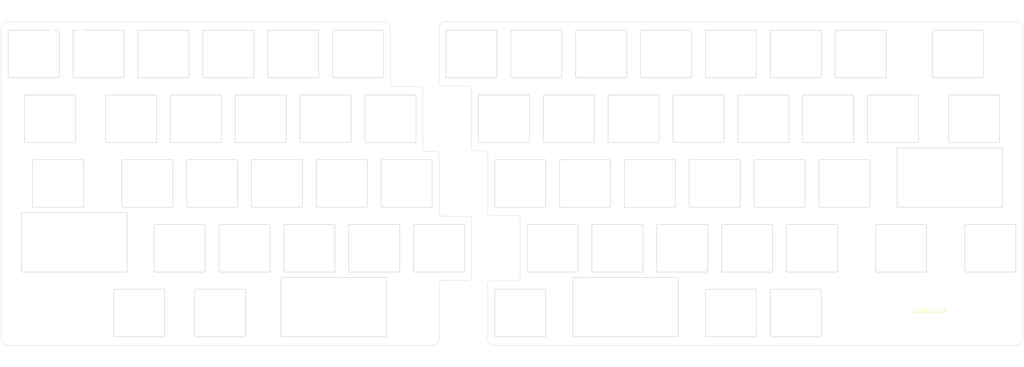
<source format=kicad_pcb>
(kicad_pcb (version 20221018) (generator pcbnew)
  (title_block (title "mfk60 Middle Plate") (date "2024-01-13") (rev "1") (company "@niw"))
  (layers (0 "F.Cu" signal) (31 "B.Cu" signal) (34 "B.Paste" user) (35 "F.Paste" user) (36 "B.SilkS" user "B.Silkscreen") (37 "F.SilkS" user "F.Silkscreen") (38 "B.Mask" user) (39 "F.Mask" user) (44 "Edge.Cuts" user))
  (net 0 "")
  (footprint "Gateron_Low_Profile:Gateron_Low_Profile_Middle_Plate" (layer "F.Cu") (at 239.3125 110.725))
  (footprint "Gateron_Low_Profile:Gateron_Low_Profile_Middle_Plate" (layer "F.Cu") (at 196.45 72.625))
  (footprint "Gateron_Low_Profile:Gateron_Low_Profile_Middle_Plate_Stabilizer_2U" (layer "F.Cu") (at 46.43125 91.675))
  (footprint "Gateron_Low_Profile:Gateron_Low_Profile_Middle_Plate" (layer "F.Cu") (at 210.7375 53.575))
  (footprint "Gateron_Low_Profile:Gateron_Low_Profile_Middle_Plate" (layer "F.Cu") (at 34.525 34.525))
  (footprint "Gateron_Low_Profile:Gateron_Low_Profile_Middle_Plate" (layer "F.Cu") (at 182.1625 34.525))
  (footprint "Gateron_Low_Profile:Gateron_Low_Profile_Middle_Plate_Stabilizer_2U" (layer "F.Cu") (at 303.60625 72.625))
  (footprint "Gateron_Low_Profile:Gateron_Low_Profile_Middle_Plate" (layer "F.Cu") (at 186.925 91.675))
  (footprint "kikit:Tab" (layer "F.Cu") (at 191.6875 25 -90))
  (footprint "Gateron_Low_Profile:Gateron_Low_Profile_Middle_Plate" (layer "F.Cu") (at 205.975 91.675))
  (footprint "Gateron_Low_Profile:Gateron_Low_Profile_Middle_Plate" (layer "F.Cu") (at 72.625 34.525))
  (footprint "Gateron_Low_Profile:Gateron_Low_Profile_Middle_Plate" (layer "F.Cu") (at 105.9625 72.625))
  (footprint "kikit:Tab" (layer "F.Cu") (at 63.1 120.25 90))
  (footprint "Gateron_Low_Profile:Gateron_Low_Profile_Middle_Plate" (layer "F.Cu") (at 215.5 72.625))
  (footprint "Gateron_Low_Profile:Gateron_Low_Profile_Middle_Plate" (layer "F.Cu") (at 129.775 34.525))
  (footprint "Gateron_Low_Profile:Gateron_Low_Profile_Middle_Plate_Stabilizer_2U" (layer "F.Cu") (at 122.63125 110.725))
  (footprint "kikit:Tab" (layer "F.Cu") (at 125.0125 120.25 90))
  (footprint "Gateron_Low_Profile:Gateron_Low_Profile_Middle_Plate" (layer "F.Cu") (at 248.8375 53.575))
  (footprint "kikit:Tab" (layer "F.Cu") (at 267.8875 120.25 90))
  (footprint "Gateron_Low_Profile:Gateron_Low_Profile_Middle_Plate" (layer "F.Cu") (at 289.31875 91.675))
  (footprint "Gateron_Low_Profile:Gateron_Low_Profile_Middle_Plate" (layer "F.Cu") (at 86.9125 72.625))
  (footprint "Gateron_Low_Profile:Gateron_Low_Profile_Middle_Plate" (layer "F.Cu") (at 163.1125 34.525))
  (footprint "Gateron_Low_Profile:Gateron_Low_Profile_Middle_Plate" (layer "F.Cu") (at 153.5875 91.675))
  (footprint "Gateron_Low_Profile:Gateron_Low_Profile_Middle_Plate" (layer "F.Cu") (at 239.3125 34.525))
  (footprint "Gateron_Low_Profile:Gateron_Low_Profile_Middle_Plate" (layer "F.Cu") (at 234.55 72.625))
  (footprint "Gateron_Low_Profile:Gateron_Low_Profile_Middle_Plate" (layer "F.Cu") (at 63.1 53.575))
  (footprint "Gateron_Low_Profile:Gateron_Low_Profile_Middle_Plate" (layer "F.Cu") (at 220.2625 34.525))
  (footprint "Gateron_Low_Profile:Gateron_Low_Profile_Middle_Plate" (layer "F.Cu") (at 305.9875 34.525))
  (footprint "kikit:Tab" (layer "F.Cu") (at 191.6875 120.25 90))
  (footprint "Gateron_Low_Profile:Gateron_Low_Profile_Middle_Plate" (layer "F.Cu") (at 286.9375 53.575))
  (footprint "Gateron_Low_Profile:Gateron_Low_Profile_Middle_Plate" (layer "F.Cu") (at 225.025 91.675))
  (footprint "Gateron_Low_Profile:Gateron_Low_Profile_Middle_Plate" (layer "F.Cu") (at 139.3 53.575))
  (footprint "Gateron_Low_Profile:Gateron_Low_Profile_Middle_Plate" (layer "F.Cu") (at 125.0125 72.625))
  (footprint "kikit:Tab" (layer "F.Cu") (at 267.8875 25 -90))
  (footprint "Gateron_Low_Profile:Gateron_Low_Profile_Middle_Plate" (layer "F.Cu") (at 244.075 91.675))
  (footprint "Gateron_Low_Profile:Gateron_Low_Profile_Middle_Plate" (layer "F.Cu") (at 258.3625 110.725))
  (footprint "Gateron_Low_Profile:Gateron_Low_Profile_Middle_Plate" (layer "F.Cu") (at 65.48125 110.725))
  (footprint "Gateron_Low_Profile:Gateron_Low_Profile_Middle_Plate" (layer "F.Cu") (at 77.3875 91.675))
  (footprint "Gateron_Low_Profile:Gateron_Low_Profile_Middle_Plate" (layer "F.Cu") (at 91.675 34.525))
  (footprint "Gateron_Low_Profile:Gateron_Low_Profile_Middle_Plate" (layer "F.Cu") (at 229.7875 53.575))
  (footprint "Gateron_Low_Profile:Gateron_Low_Profile_Middle_Plate" (layer "F.Cu") (at 134.5375 91.675))
  (footprint "Gateron_Low_Profile:Gateron_Low_Profile_Middle_Plate" (layer "F.Cu") (at 120.25 53.575))
  (footprint "Gateron_Low_Profile:Gateron_Low_Profile_Middle_Plate_Stabilizer_2U" (layer "F.Cu") (at 208.35625 110.725))
  (footprint "Gateron_Low_Profile:Gateron_Low_Profile_Middle_Plate" (layer "F.Cu") (at 39.2875 53.575))
  (footprint "Gateron_Low_Profile:Gateron_Low_Profile_Middle_Plate" (layer "F.Cu") (at 201.2125 34.525))
  (footprint "Gateron_Low_Profile:Gateron_Low_Profile_Middle_Plate" (layer "F.Cu") (at 191.6875 53.575))
  (footprint "Gateron_Low_Profile:Gateron_Low_Profile_Middle_Plate" (layer "F.Cu") (at 258.3625 34.525))
  (footprint "Gateron_Low_Profile:Gateron_Low_Profile_Middle_Plate" (layer "F.Cu") (at 110.725 34.525))
  (footprint "Gateron_Low_Profile:Gateron_Low_Profile_Middle_Plate" (layer "F.Cu") (at 144.0625 72.625))
  (footprint "Gateron_Low_Profile:Gateron_Low_Profile_Middle_Plate" (layer "F.Cu") (at 177.4 72.625))
  (footprint "kikit:Tab" (layer "F.Cu") (at 63.1 25 -90))
  (footprint "Gateron_Low_Profile:Gateron_Low_Profile_Middle_Plate" (layer "F.Cu") (at 277.4125 34.525))
  (footprint "Gateron_Low_Profile:Gateron_Low_Profile_Middle_Plate" (layer "F.Cu") (at 310.75 53.575))
  (footprint "Gateron_Low_Profile:Gateron_Low_Profile_Middle_Plate" (layer "F.Cu") (at 315.5125 91.675))
  (footprint "Gateron_Low_Profile:Gateron_Low_Profile_Middle_Plate" (layer "F.Cu") (at 253.6 72.625))
  (footprint "Gateron_Low_Profile:Gateron_Low_Profile_Middle_Plate" (layer "F.Cu") (at 172.6375 53.575))
  (footprint "Gateron_Low_Profile:Gateron_Low_Profile_Middle_Plate" (layer "F.Cu") (at 89.29375 110.725))
  (footprint "Gateron_Low_Profile:Gateron_Low_Profile_Middle_Plate" (layer "F.Cu") (at 96.4375 91.675))
  (footprint "Gateron_Low_Profile:Gateron_Low_Profile_Middle_Plate" (layer "F.Cu") (at 177.4 110.725))
  (footprint "Gateron_Low_Profile:Gateron_Low_Profile_Middle_Plate" (layer "F.Cu") (at 101.2 53.575))
  (footprint "Gateron_Low_Profile:Gateron_Low_Profile_Middle_Plate" (layer "F.Cu") (at 263.125 91.675))
  (footprint "Gateron_Low_Profile:Gateron_Low_Profile_Middle_Plate" (layer "F.Cu") (at 272.65 72.625))
  (footprint "Gateron_Low_Profile:Gateron_Low_Profile_Middle_Plate" (layer "F.Cu") (at 53.575 34.525))
  (footprint "Gateron_Low_Profile:Gateron_Low_Profile_Middle_Plate" (layer "F.Cu") (at 67.8625 72.625))
  (footprint "Gateron_Low_Profile:Gateron_Low_Profile_Middle_Plate" (layer "F.Cu") (at 267.8875 53.575))
  (footprint "Gateron_Low_Profile:Gateron_Low_Profile_Middle_Plate" (layer "F.Cu") (at 82.15 53.575))
  (footprint "Gateron_Low_Profile:Gateron_Low_Profile_Middle_Plate" (layer "F.Cu") (at 41.66875 72.625))
  (footprint "Gateron_Low_Profile:Gateron_Low_Profile_Middle_Plate" (layer "F.Cu") (at 115.4875 91.675))
  (footprint "Connector_Additions:USB_C_Receptacle_HRO_TYPE-C-31-M-12_Middle_Plate" (layer "B.Cu") (at 291.7 28.65))
  (footprint "MountingHole:MountingHole_2.2mm_M2" (layer "B.Cu") (at 188.115625 115.4875 180))
  (footprint "MountingHole:MountingHole_2.2mm_M2" (layer "B.Cu") (at 120.25 44.05 180))
  (footprint "MountingHole:MountingHole_2.2mm_M2" (layer "B.Cu") (at 270.26875 115.4875 180))
  (footprint "MountingHole:MountingHole_2.2mm_M2" (layer "B.Cu") (at 29.7625 115.4875 180))
  (footprint "Connector_Additions:USB_C_Receptacle_HRO_TYPE-C-31-M-12_Middle_Plate" (layer "B.Cu") (at 44.05 28.65))
  (footprint "MountingHole:MountingHole_2.2mm_M2" (layer "B.Cu") (at 172.6375 44.05 180))
  (footprint "MountingHole:MountingHole_2.2mm_M2" (layer "B.Cu") (at 320.275 44.05 180))
  (footprint "MountingHole:MountingHole_2.2mm_M2" (layer "B.Cu") (at 29.7625 44.05 180))
  (footprint "MountingHole:MountingHole_2.2mm_M2" (layer "B.Cu") (at 320.275 115.4875 180))
  (footprint "MountingHole:MountingHole_2.2mm_M2" (layer "B.Cu") (at 248.8375 44.05 180))
  (footprint "MountingHole:MountingHole_2.2mm_M2" (layer "B.Cu") (at 149.25 115.5 180))
  (gr_line (start 139.3 27) (end 139.3 43.15) (stroke (width 0.1)) (layer "Edge.Cuts"))
  (gr_line (start 166.875 63) (end 164.1125 63) (stroke (width 0.1)) (layer "Edge.Cuts"))
  (gr_line (start 163.1125 83.25) (end 163.1125 100.1) (stroke (width 0.1)) (layer "Edge.Cuts"))
  (gr_line (start 140.3 44.15) (end 147.825 44.15) (stroke (width 0.1)) (layer "Edge.Cuts"))
  (gr_arc (start 162.1125 82.25) (mid 162.819607 82.542893) (end 163.1125 83.25) (stroke (width 0.1)) (layer "Edge.Cuts"))
  (gr_line (start 162.1125 43.95) (end 154.5875 43.95) (stroke (width 0.1)) (layer "Edge.Cuts"))
  (gr_line (start 148.825 45.15) (end 148.825 62.2) (stroke (width 0.1)) (layer "Edge.Cuts"))
  (gr_line (start 163.1125 62) (end 163.1125 44.95) (stroke (width 0.1)) (layer "Edge.Cuts"))
  (gr_arc (start 162.1125 43.95) (mid 162.819607 44.242893) (end 163.1125 44.95) (stroke (width 0.1)) (layer "Edge.Cuts"))
  (gr_line (start 27 25) (end 137.3 25) (stroke (width 0.1)) (layer "Edge.Cuts"))
  (gr_line (start 149.825 63.2) (end 152.5875 63.2) (stroke (width 0.1)) (layer "Edge.Cuts"))
  (gr_arc (start 154.5875 43.95) (mid 153.880393 43.657107) (end 153.5875 42.95) (stroke (width 0.1)) (layer "Edge.Cuts"))
  (gr_line (start 154.5875 82.25) (end 162.1125 82.25) (stroke (width 0.1)) (layer "Edge.Cuts"))
  (gr_arc (start 25 27) (mid 25.585786 25.585786) (end 27 25) (stroke (width 0.1)) (layer "Edge.Cuts"))
  (gr_arc (start 325.0375 118.25) (mid 324.451714 119.664214) (end 323.0375 120.25) (stroke (width 0.1)) (layer "Edge.Cuts"))
  (gr_arc (start 164.1125 63) (mid 163.405393 62.707107) (end 163.1125 62) (stroke (width 0.1)) (layer "Edge.Cuts"))
  (gr_line (start 151.5875 120.25) (end 27 120.25) (stroke (width 0.1)) (layer "Edge.Cuts"))
  (gr_arc (start 154.5875 82.25) (mid 153.880393 81.957107) (end 153.5875 81.25) (stroke (width 0.1)) (layer "Edge.Cuts"))
  (gr_arc (start 168.875 82.05) (mid 168.167893 81.757107) (end 167.875 81.05) (stroke (width 0.1)) (layer "Edge.Cuts"))
  (gr_line (start 177.4 100.3) (end 177.4 83.05) (stroke (width 0.1)) (layer "Edge.Cuts"))
  (gr_line (start 153.5875 64.2) (end 153.5875 81.25) (stroke (width 0.1)) (layer "Edge.Cuts"))
  (gr_line (start 153.5875 102.1) (end 153.5875 118.25) (stroke (width 0.1)) (layer "Edge.Cuts"))
  (gr_arc (start 169.875 120.25) (mid 168.460786 119.664214) (end 167.875 118.25) (stroke (width 0.1)) (layer "Edge.Cuts"))
  (gr_arc (start 153.5875 27) (mid 154.173286 25.585786) (end 155.5875 25) (stroke (width 0.1)) (layer "Edge.Cuts"))
  (gr_line (start 167.875 118.25) (end 167.875 102.3) (stroke (width 0.1)) (layer "Edge.Cuts"))
  (gr_line (start 167.875 81.05) (end 167.875 64) (stroke (width 0.1)) (layer "Edge.Cuts"))
  (gr_arc (start 147.825 44.15) (mid 148.532107 44.442893) (end 148.825 45.15) (stroke (width 0.1)) (layer "Edge.Cuts"))
  (gr_arc (start 167.875 102.3) (mid 168.167893 101.592893) (end 168.875 101.3) (stroke (width 0.1)) (layer "Edge.Cuts"))
  (gr_line (start 155.5875 25) (end 323.0375 25) (stroke (width 0.1)) (layer "Edge.Cuts"))
  (gr_arc (start 149.825 63.2) (mid 149.117893 62.907107) (end 148.825 62.2) (stroke (width 0.1)) (layer "Edge.Cuts"))
  (gr_arc (start 153.5875 102.1) (mid 153.880393 101.392893) (end 154.5875 101.1) (stroke (width 0.1)) (layer "Edge.Cuts"))
  (gr_line (start 153.5875 42.95) (end 153.5875 27) (stroke (width 0.1)) (layer "Edge.Cuts"))
  (gr_arc (start 140.3 44.15) (mid 139.592893 43.857107) (end 139.3 43.15) (stroke (width 0.1)) (layer "Edge.Cuts"))
  (gr_arc (start 176.4 82.05) (mid 177.107107 82.342893) (end 177.4 83.05) (stroke (width 0.1)) (layer "Edge.Cuts"))
  (gr_arc (start 153.5875 118.25) (mid 153.001714 119.664214) (end 151.5875 120.25) (stroke (width 0.1)) (layer "Edge.Cuts"))
  (gr_line (start 168.875 101.3) (end 176.4 101.3) (stroke (width 0.1)) (layer "Edge.Cuts"))
  (gr_arc (start 27 120.25) (mid 25.585786 119.664214) (end 25 118.25) (stroke (width 0.1)) (layer "Edge.Cuts"))
  (gr_arc (start 163.1125 100.1) (mid 162.819607 100.807107) (end 162.1125 101.1) (stroke (width 0.1)) (layer "Edge.Cuts"))
  (gr_line (start 323.0375 120.25) (end 169.875 120.25) (stroke (width 0.1)) (layer "Edge.Cuts"))
  (gr_line (start 25 118.25) (end 25 27) (stroke (width 0.1)) (layer "Edge.Cuts"))
  (gr_arc (start 152.5875 63.2) (mid 153.294607 63.492893) (end 153.5875 64.2) (stroke (width 0.1)) (layer "Edge.Cuts"))
  (gr_line (start 325.0375 27) (end 325.0375 118.25) (stroke (width 0.1)) (layer "Edge.Cuts"))
  (gr_arc (start 323.0375 25) (mid 324.451714 25.585786) (end 325.0375 27) (stroke (width 0.1)) (layer "Edge.Cuts"))
  (gr_arc (start 177.4 100.3) (mid 177.107107 101.007107) (end 176.4 101.3) (stroke (width 0.1)) (layer "Edge.Cuts"))
  (gr_line (start 176.4 82.05) (end 168.875 82.05) (stroke (width 0.1)) (layer "Edge.Cuts"))
  (gr_arc (start 166.875 63) (mid 167.582107 63.292893) (end 167.875 64) (stroke (width 0.1)) (layer "Edge.Cuts"))
  (gr_line (start 162.1125 101.1) (end 154.5875 101.1) (stroke (width 0.1)) (layer "Edge.Cuts"))
  (gr_arc (start 137.3 25) (mid 138.714214 25.585786) (end 139.3 27) (stroke (width 0.1)) (layer "Edge.Cuts"))
  (gr_text "JLCJLCJLCJLC" (at 297.653125 110.725) (layer "F.SilkS") (effects (font (size 1 1)) (justify bottom)))
)
</source>
